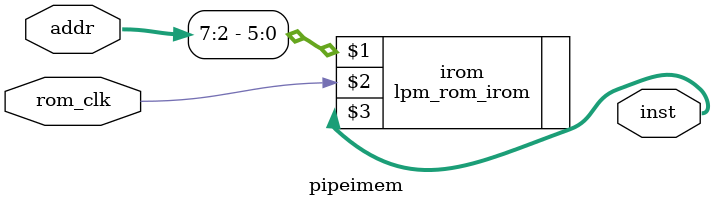
<source format=v>
module pipeimem (addr,inst,rom_clk);
   input  [31:0] addr;
   input         rom_clk;
   output [31:0] inst;     
   lpm_rom_irom irom (addr[7:2],rom_clk,inst); 
endmodule 
</source>
